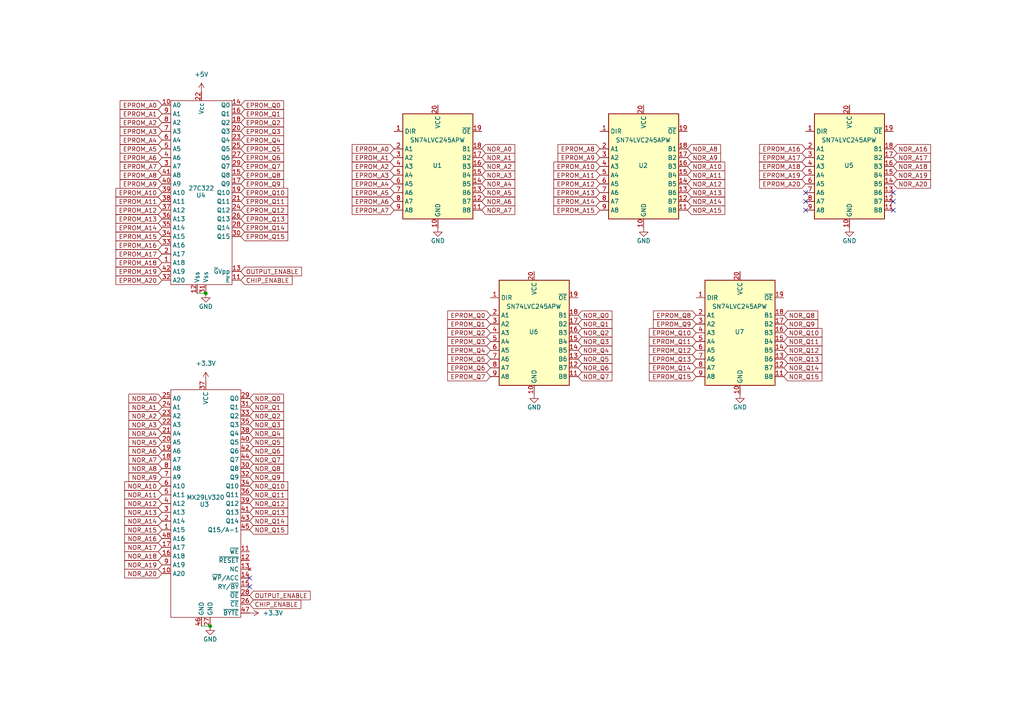
<source format=kicad_sch>
(kicad_sch (version 20231120) (generator "eeschema") (generator_version "8.0")
  (paper "A4")
  (lib_symbols
    (symbol "Logic_LevelTranslator:SN74LVC245APW"
      (property "Reference" "U" (at -10.16 17.78 0))
      (property "Value" "SN74LVC245APW" (at 10.16 17.78 0))
      (symbol "SN74LVC245APW_0_1"
        (rectangle (start -10.16 15.24) (end 10.16 -15.24) (stroke (width 0.254)) (fill (type background)))
      )
      (symbol "SN74LVC245APW_1_1"
        (pin input line (at -12.7 10.16 0) (length 2.54) (name "DIR") (number "1"))
        (pin power_in line (at 0 -17.78 90) (length 2.54) (name "GND") (number "10"))
        (pin bidirectional line (at 12.7 -12.7 180) (length 2.54) (name "B8") (number "11"))
        (pin bidirectional line (at 12.7 -10.16 180) (length 2.54) (name "B7") (number "12"))
        (pin bidirectional line (at 12.7 -7.62 180) (length 2.54) (name "B6") (number "13"))
        (pin bidirectional line (at 12.7 -5.08 180) (length 2.54) (name "B5") (number "14"))
        (pin bidirectional line (at 12.7 -2.54 180) (length 2.54) (name "B4") (number "15"))
        (pin bidirectional line (at 12.7 0 180) (length 2.54) (name "B3") (number "16"))
        (pin bidirectional line (at 12.7 2.54 180) (length 2.54) (name "B2") (number "17"))
        (pin bidirectional line (at 12.7 5.08 180) (length 2.54) (name "B1") (number "18"))
        (pin input line (at 12.7 10.16 180) (length 2.54) (name "~{OE}") (number "19"))
        (pin bidirectional line (at -12.7 5.08 0) (length 2.54) (name "A1") (number "2"))
        (pin power_in line (at 0 17.78 270) (length 2.54) (name "VCC") (number "20"))
        (pin bidirectional line (at -12.7 2.54 0) (length 2.54) (name "A2") (number "3"))
        (pin bidirectional line (at -12.7 0 0) (length 2.54) (name "A3") (number "4"))
        (pin bidirectional line (at -12.7 -2.54 0) (length 2.54) (name "A4") (number "5"))
        (pin bidirectional line (at -12.7 -5.08 0) (length 2.54) (name "A5") (number "6"))
        (pin bidirectional line (at -12.7 -7.62 0) (length 2.54) (name "A6") (number "7"))
        (pin bidirectional line (at -12.7 -10.16 0) (length 2.54) (name "A7") (number "8"))
        (pin bidirectional line (at -12.7 -12.7 0) (length 2.54) (name "A8") (number "9"))
      )
    )
    (symbol "NOR2EPROM:27C322"
      (property "Reference" "U" (at 0 -1.016 0))
      (property "Value" "27C322" (at 0 1.016 0))
      (symbol "27C322_0_1"
        (rectangle (start -8.89 25.4) (end 8.89 -27.94))
      )
      (symbol "27C322_1_1"
        (pin input line (at -11.43 -21.59 0) (length 2.54) (name "A18") (number "1"))
        (pin input line (at -11.43 24.13 0) (length 2.54) (name "A0") (number "10"))
        (pin input line (at 11.43 -26.67 180) (length 2.54) (name "~{E}") (number "11"))
        (pin power_in line (at -1.27 -30.48 90) (length 2.54) (name "Vss") (number "12"))
        (pin input line (at 11.43 -24.13 180) (length 2.54) (name "~{G}Vpp") (number "13"))
        (pin tri_state line (at 11.43 24.13 180) (length 2.54) (name "Q0") (number "14"))
        (pin tri_state line (at 11.43 3.81 180) (length 2.54) (name "Q8") (number "15"))
        (pin tri_state line (at 11.43 21.59 180) (length 2.54) (name "Q1") (number "16"))
        (pin tri_state line (at 11.43 1.27 180) (length 2.54) (name "Q9") (number "17"))
        (pin tri_state line (at 11.43 19.05 180) (length 2.54) (name "Q2") (number "18"))
        (pin tri_state line (at 11.43 -1.27 180) (length 2.54) (name "Q10") (number "19"))
        (pin input line (at -11.43 -19.05 0) (length 2.54) (name "A17") (number "2"))
        (pin tri_state line (at 11.43 16.51 180) (length 2.54) (name "Q3") (number "20"))
        (pin tri_state line (at 11.43 -3.81 180) (length 2.54) (name "Q11") (number "21"))
        (pin power_in line (at 0 27.94 270) (length 2.54) (name "Vcc") (number "22"))
        (pin tri_state line (at 11.43 13.97 180) (length 2.54) (name "Q4") (number "23"))
        (pin tri_state line (at 11.43 -6.35 180) (length 2.54) (name "Q12") (number "24"))
        (pin tri_state line (at 11.43 11.43 180) (length 2.54) (name "Q5") (number "25"))
        (pin tri_state line (at 11.43 -8.89 180) (length 2.54) (name "Q13") (number "26"))
        (pin tri_state line (at 11.43 8.89 180) (length 2.54) (name "Q6") (number "27"))
        (pin tri_state line (at 11.43 -11.43 180) (length 2.54) (name "Q14") (number "28"))
        (pin tri_state line (at 11.43 6.35 180) (length 2.54) (name "Q7") (number "29"))
        (pin input line (at -11.43 6.35 0) (length 2.54) (name "A7") (number "3"))
        (pin tri_state line (at 11.43 -13.97 180) (length 2.54) (name "Q15") (number "30"))
        (pin power_in line (at 1.27 -30.48 90) (length 2.54) (name "Vss") (number "31"))
        (pin input line (at -11.43 -26.67 0) (length 2.54) (name "A20") (number "32"))
        (pin input line (at -11.43 -16.51 0) (length 2.54) (name "A16") (number "33"))
        (pin input line (at -11.43 -13.97 0) (length 2.54) (name "A15") (number "34"))
        (pin input line (at -11.43 -11.43 0) (length 2.54) (name "A14") (number "35"))
        (pin input line (at -11.43 -8.89 0) (length 2.54) (name "A13") (number "36"))
        (pin input line (at -11.43 -6.35 0) (length 2.54) (name "A12") (number "37"))
        (pin input line (at -11.43 -3.81 0) (length 2.54) (name "A11") (number "38"))
        (pin input line (at -11.43 -1.27 0) (length 2.54) (name "A10") (number "39"))
        (pin input line (at -11.43 8.89 0) (length 2.54) (name "A6") (number "4"))
        (pin input line (at -11.43 1.27 0) (length 2.54) (name "A9") (number "40"))
        (pin input line (at -11.43 3.81 0) (length 2.54) (name "A8") (number "41"))
        (pin input line (at -11.43 -24.13 0) (length 2.54) (name "A19") (number "42"))
        (pin input line (at -11.43 11.43 0) (length 2.54) (name "A5") (number "5"))
        (pin input line (at -11.43 13.97 0) (length 2.54) (name "A4") (number "6"))
        (pin input line (at -11.43 16.51 0) (length 2.54) (name "A3") (number "7"))
        (pin input line (at -11.43 19.05 0) (length 2.54) (name "A2") (number "8"))
        (pin input line (at -11.43 21.59 0) (length 2.54) (name "A1") (number "9"))
      )
    )
    (symbol "NOR2EPROM:MX29LV320"
      (property "Reference" "U" (at 0 -1.016 0))
      (property "Value" "MX29LV320" (at 0 1.016 0))
      (symbol "MX29LV320_0_1"
        (rectangle (start -10.16 33.02) (end 10.16 -33.02))
      )
      (symbol "MX29LV320_1_1"
        (pin input line (at -12.7 -7.62 0) (length 2.54) (name "A15") (number "1"))
        (pin input line (at -12.7 -20.32 0) (length 2.54) (name "A20") (number "10"))
        (pin input line (at 12.7 -13.97 180) (length 2.54) (name "~{WE}") (number "11"))
        (pin bidirectional line (at 12.7 -16.51 180) (length 2.54) (name "~{RESET}") (number "12"))
        (pin no_connect line (at 12.7 -19.05 180) (length 2.54) (name "NC") (number "13"))
        (pin bidirectional line (at 12.7 -21.59 180) (length 2.54) (name "~{WP}/ACC") (number "14"))
        (pin bidirectional line (at 12.7 -24.13 180) (length 2.54) (name "RY/~{BY}") (number "15"))
        (pin input line (at -12.7 -15.24 0) (length 2.54) (name "A18") (number "16"))
        (pin input line (at -12.7 -12.7 0) (length 2.54) (name "A17") (number "17"))
        (pin input line (at -12.7 12.7 0) (length 2.54) (name "A7") (number "18"))
        (pin input line (at -12.7 15.24 0) (length 2.54) (name "A6") (number "19"))
        (pin input line (at -12.7 -5.08 0) (length 2.54) (name "A14") (number "2"))
        (pin input line (at -12.7 17.78 0) (length 2.54) (name "A5") (number "20"))
        (pin input line (at -12.7 20.32 0) (length 2.54) (name "A4") (number "21"))
        (pin input line (at -12.7 22.86 0) (length 2.54) (name "A3") (number "22"))
        (pin input line (at -12.7 25.4 0) (length 2.54) (name "A2") (number "23"))
        (pin input line (at -12.7 27.94 0) (length 2.54) (name "A1") (number "24"))
        (pin input line (at -12.7 30.48 0) (length 2.54) (name "A0") (number "25"))
        (pin input line (at 12.7 -29.21 180) (length 2.54) (name "~{CE}") (number "26"))
        (pin power_out line (at 1.27 -35.56 90) (length 2.54) (name "GND") (number "27"))
        (pin input line (at 12.7 -26.67 180) (length 2.54) (name "~{OE}") (number "28"))
        (pin tri_state line (at 12.7 30.48 180) (length 2.54) (name "Q0") (number "29"))
        (pin input line (at -12.7 -2.54 0) (length 2.54) (name "A13") (number "3"))
        (pin tri_state line (at 12.7 10.16 180) (length 2.54) (name "Q8") (number "30"))
        (pin tri_state line (at 12.7 27.94 180) (length 2.54) (name "Q1") (number "31"))
        (pin tri_state line (at 12.7 7.62 180) (length 2.54) (name "Q9") (number "32"))
        (pin tri_state line (at 12.7 25.4 180) (length 2.54) (name "Q2") (number "33"))
        (pin tri_state line (at 12.7 5.08 180) (length 2.54) (name "Q10") (number "34"))
        (pin tri_state line (at 12.7 22.86 180) (length 2.54) (name "Q3") (number "35"))
        (pin tri_state line (at 12.7 2.54 180) (length 2.54) (name "Q11") (number "36"))
        (pin power_in line (at 0 35.56 270) (length 2.54) (name "VCC") (number "37"))
        (pin tri_state line (at 12.7 20.32 180) (length 2.54) (name "Q4") (number "38"))
        (pin tri_state line (at 12.7 0 180) (length 2.54) (name "Q12") (number "39"))
        (pin input line (at -12.7 0 0) (length 2.54) (name "A12") (number "4"))
        (pin tri_state line (at 12.7 17.78 180) (length 2.54) (name "Q5") (number "40"))
        (pin tri_state line (at 12.7 -2.54 180) (length 2.54) (name "Q13") (number "41"))
        (pin tri_state line (at 12.7 15.24 180) (length 2.54) (name "Q6") (number "42"))
        (pin tri_state line (at 12.7 -5.08 180) (length 2.54) (name "Q14") (number "43"))
        (pin tri_state line (at 12.7 12.7 180) (length 2.54) (name "Q7") (number "44"))
        (pin tri_state line (at 12.7 -7.62 180) (length 2.54) (name "Q15/A-1") (number "45"))
        (pin power_in line (at -1.27 -35.56 90) (length 2.54) (name "GND") (number "46"))
        (pin bidirectional line (at 12.7 -31.75 180) (length 2.54) (name "~{BYTE}") (number "47"))
        (pin input line (at -12.7 -10.16 0) (length 2.54) (name "A16") (number "48"))
        (pin input line (at -12.7 2.54 0) (length 2.54) (name "A11") (number "5"))
        (pin input line (at -12.7 5.08 0) (length 2.54) (name "A10") (number "6"))
        (pin input line (at -12.7 7.62 0) (length 2.54) (name "A9") (number "7"))
        (pin input line (at -12.7 10.16 0) (length 2.54) (name "A8") (number "8"))
        (pin input line (at -12.7 -17.78 0) (length 2.54) (name "A19") (number "9"))
      )
    )
    (symbol "power:+3.3V" (power) (pin_numbers hide) (pin_names (offset 0) hide)
      (property "Value" "+3.3V" (at 0 3.556 0))
      (symbol "+3.3V_0_1"
        (polyline (pts (xy -0.762 1.27) (xy 0 2.54)))
        (polyline (pts (xy 0 0) (xy 0 2.54)))
        (polyline (pts (xy 0 2.54) (xy 0.762 1.27)))
      )
      (symbol "+3.3V_1_1"
        (pin power_in line (at 0 0 90) (length 0) (name "~") (number "1"))
      )
    )
    (symbol "power:+5V" (power) (pin_numbers hide) (pin_names (offset 0) hide)
      (property "Value" "+5V" (at 0 3.556 0))
      (symbol "+5V_0_1"
        (polyline (pts (xy -0.762 1.27) (xy 0 2.54)))
        (polyline (pts (xy 0 0) (xy 0 2.54)))
        (polyline (pts (xy 0 2.54) (xy 0.762 1.27)))
      )
      (symbol "+5V_1_1"
        (pin power_in line (at 0 0 90) (length 0) (name "~") (number "1"))
      )
    )
    (symbol "power:GND" (power) (pin_numbers hide) (pin_names (offset 0) hide)
      (property "Value" "GND" (at 0 -3.81 0))
      (symbol "GND_0_1"
        (polyline (pts (xy 0 0) (xy 0 -1.27) (xy 1.27 -1.27) (xy 0 -2.54) (xy -1.27 -1.27) (xy 0 -1.27)))
      )
      (symbol "GND_1_1"
        (pin power_in line (at 0 0 270) (length 0) (name "~") (number "1"))
      )
    )
  )
  (junction (at 60.96 181.61))
  (junction (at 59.69 85.09))
  (no_connect (at 233.68 55.88))
  (no_connect (at 72.39 170.18))
  (no_connect (at 233.68 58.42))
  (no_connect (at 259.08 55.88))
  (no_connect (at 233.68 60.96))
  (no_connect (at 259.08 58.42))
  (no_connect (at 259.08 60.96))
  (no_connect (at 72.39 167.64))
  (wire (pts (xy 57.15 85.09) (xy 59.69 85.09)))
  (wire (pts (xy 58.42 181.61) (xy 60.96 181.61)))
  (global_label "NOR_A2" (shape input) (at 139.7 48.26 0) (property "Intersheetrefs" "${INTERSHEET_REFS}" (effects (hide yes))))
  (global_label "NOR_A11" (shape input) (at 199.39 50.8 0) (property "Intersheetrefs" "${INTERSHEET_REFS}" (effects (hide yes))))
  (global_label "NOR_A19" (shape input) (at 259.08 50.8 0) (property "Intersheetrefs" "${INTERSHEET_REFS}" (effects (hide yes))))
  (global_label "NOR_A19" (shape input) (at 46.99 163.83 180) (property "Intersheetrefs" "${INTERSHEET_REFS}" (effects (hide yes))))
  (global_label "EPROM_A1" (shape input) (at 114.3 45.72 180) (property "Intersheetrefs" "${INTERSHEET_REFS}" (effects (hide yes))))
  (global_label "CHIP_ENABLE" (shape input) (at 69.85 81.28 0) (property "Intersheetrefs" "${INTERSHEET_REFS}" (effects (hide yes))))
  (global_label "NOR_A9" (shape input) (at 46.99 138.43 180) (property "Intersheetrefs" "${INTERSHEET_REFS}" (effects (hide yes))))
  (global_label "NOR_A5" (shape input) (at 139.7 55.88 0) (property "Intersheetrefs" "${INTERSHEET_REFS}" (effects (hide yes))))
  (global_label "EPROM_A1" (shape input) (at 46.99 33.02 180) (property "Intersheetrefs" "${INTERSHEET_REFS}" (effects (hide yes))))
  (global_label "OUTPUT_ENABLE" (shape input) (at 69.85 78.74 0) (property "Intersheetrefs" "${INTERSHEET_REFS}" (effects (hide yes))))
  (global_label "NOR_A5" (shape input) (at 46.99 128.27 180) (property "Intersheetrefs" "${INTERSHEET_REFS}" (effects (hide yes))))
  (global_label "EPROM_A3" (shape input) (at 46.99 38.1 180) (property "Intersheetrefs" "${INTERSHEET_REFS}" (effects (hide yes))))
  (global_label "NOR_Q12" (shape input) (at 227.33 101.6 0) (property "Intersheetrefs" "${INTERSHEET_REFS}" (effects (hide yes))))
  (global_label "NOR_A17" (shape input) (at 46.99 158.75 180) (property "Intersheetrefs" "${INTERSHEET_REFS}" (effects (hide yes))))
  (global_label "EPROM_Q6" (shape input) (at 69.85 45.72 0) (property "Intersheetrefs" "${INTERSHEET_REFS}" (effects (hide yes))))
  (global_label "EPROM_A14" (shape input) (at 173.99 58.42 180) (property "Intersheetrefs" "${INTERSHEET_REFS}" (effects (hide yes))))
  (global_label "NOR_A11" (shape input) (at 46.99 143.51 180) (property "Intersheetrefs" "${INTERSHEET_REFS}" (effects (hide yes))))
  (global_label "EPROM_A13" (shape input) (at 46.99 63.5 180) (property "Intersheetrefs" "${INTERSHEET_REFS}" (effects (hide yes))))
  (global_label "EPROM_Q6" (shape input) (at 142.24 106.68 180) (property "Intersheetrefs" "${INTERSHEET_REFS}" (effects (hide yes))))
  (global_label "NOR_A8" (shape input) (at 199.39 43.18 0) (property "Intersheetrefs" "${INTERSHEET_REFS}" (effects (hide yes))))
  (global_label "NOR_Q1" (shape input) (at 72.39 118.11 0) (property "Intersheetrefs" "${INTERSHEET_REFS}" (effects (hide yes))))
  (global_label "NOR_A12" (shape input) (at 46.99 146.05 180) (property "Intersheetrefs" "${INTERSHEET_REFS}" (effects (hide yes))))
  (global_label "EPROM_Q3" (shape input) (at 69.85 38.1 0) (property "Intersheetrefs" "${INTERSHEET_REFS}" (effects (hide yes))))
  (global_label "EPROM_A14" (shape input) (at 46.99 66.04 180) (property "Intersheetrefs" "${INTERSHEET_REFS}" (effects (hide yes))))
  (global_label "NOR_A16" (shape input) (at 259.08 43.18 0) (property "Intersheetrefs" "${INTERSHEET_REFS}" (effects (hide yes))))
  (global_label "EPROM_A18" (shape input) (at 233.68 48.26 180) (property "Intersheetrefs" "${INTERSHEET_REFS}" (effects (hide yes))))
  (global_label "NOR_Q7" (shape input) (at 167.64 109.22 0) (property "Intersheetrefs" "${INTERSHEET_REFS}" (effects (hide yes))))
  (global_label "EPROM_A13" (shape input) (at 173.99 55.88 180) (property "Intersheetrefs" "${INTERSHEET_REFS}" (effects (hide yes))))
  (global_label "NOR_A1" (shape input) (at 139.7 45.72 0) (property "Intersheetrefs" "${INTERSHEET_REFS}" (effects (hide yes))))
  (global_label "NOR_A18" (shape input) (at 259.08 48.26 0) (property "Intersheetrefs" "${INTERSHEET_REFS}" (effects (hide yes))))
  (global_label "EPROM_A17" (shape input) (at 46.99 73.66 180) (property "Intersheetrefs" "${INTERSHEET_REFS}" (effects (hide yes))))
  (global_label "EPROM_A18" (shape input) (at 46.99 76.2 180) (property "Intersheetrefs" "${INTERSHEET_REFS}" (effects (hide yes))))
  (global_label "EPROM_Q14" (shape input) (at 69.85 66.04 0) (property "Intersheetrefs" "${INTERSHEET_REFS}" (effects (hide yes))))
  (global_label "EPROM_A15" (shape input) (at 173.99 60.96 180) (property "Intersheetrefs" "${INTERSHEET_REFS}" (effects (hide yes))))
  (global_label "NOR_Q8" (shape input) (at 72.39 135.89 0) (property "Intersheetrefs" "${INTERSHEET_REFS}" (effects (hide yes))))
  (global_label "NOR_A6" (shape input) (at 139.7 58.42 0) (property "Intersheetrefs" "${INTERSHEET_REFS}" (effects (hide yes))))
  (global_label "EPROM_A9" (shape input) (at 46.99 53.34 180) (property "Intersheetrefs" "${INTERSHEET_REFS}" (effects (hide yes))))
  (global_label "EPROM_A7" (shape input) (at 114.3 60.96 180) (property "Intersheetrefs" "${INTERSHEET_REFS}" (effects (hide yes))))
  (global_label "NOR_Q6" (shape input) (at 167.64 106.68 0) (property "Intersheetrefs" "${INTERSHEET_REFS}" (effects (hide yes))))
  (global_label "EPROM_A5" (shape input) (at 46.99 43.18 180) (property "Intersheetrefs" "${INTERSHEET_REFS}" (effects (hide yes))))
  (global_label "NOR_Q15" (shape input) (at 227.33 109.22 0) (property "Intersheetrefs" "${INTERSHEET_REFS}" (effects (hide yes))))
  (global_label "EPROM_A16" (shape input) (at 233.68 43.18 180) (property "Intersheetrefs" "${INTERSHEET_REFS}" (effects (hide yes))))
  (global_label "EPROM_A3" (shape input) (at 114.3 50.8 180) (property "Intersheetrefs" "${INTERSHEET_REFS}" (effects (hide yes))))
  (global_label "NOR_A2" (shape input) (at 46.99 120.65 180) (property "Intersheetrefs" "${INTERSHEET_REFS}" (effects (hide yes))))
  (global_label "EPROM_A11" (shape input) (at 173.99 50.8 180) (property "Intersheetrefs" "${INTERSHEET_REFS}" (effects (hide yes))))
  (global_label "NOR_A14" (shape input) (at 199.39 58.42 0) (property "Intersheetrefs" "${INTERSHEET_REFS}" (effects (hide yes))))
  (global_label "NOR_A7" (shape input) (at 46.99 133.35 180) (property "Intersheetrefs" "${INTERSHEET_REFS}" (effects (hide yes))))
  (global_label "EPROM_Q9" (shape input) (at 69.85 53.34 0) (property "Intersheetrefs" "${INTERSHEET_REFS}" (effects (hide yes))))
  (global_label "NOR_Q1" (shape input) (at 167.64 93.98 0) (property "Intersheetrefs" "${INTERSHEET_REFS}" (effects (hide yes))))
  (global_label "NOR_A4" (shape input) (at 46.99 125.73 180) (property "Intersheetrefs" "${INTERSHEET_REFS}" (effects (hide yes))))
  (global_label "NOR_A17" (shape input) (at 259.08 45.72 0) (property "Intersheetrefs" "${INTERSHEET_REFS}" (effects (hide yes))))
  (global_label "NOR_A6" (shape input) (at 46.99 130.81 180) (property "Intersheetrefs" "${INTERSHEET_REFS}" (effects (hide yes))))
  (global_label "NOR_A0" (shape input) (at 139.7 43.18 0) (property "Intersheetrefs" "${INTERSHEET_REFS}" (effects (hide yes))))
  (global_label "NOR_A7" (shape input) (at 139.7 60.96 0) (property "Intersheetrefs" "${INTERSHEET_REFS}" (effects (hide yes))))
  (global_label "NOR_Q7" (shape input) (at 72.39 133.35 0) (property "Intersheetrefs" "${INTERSHEET_REFS}" (effects (hide yes))))
  (global_label "EPROM_A2" (shape input) (at 114.3 48.26 180) (property "Intersheetrefs" "${INTERSHEET_REFS}" (effects (hide yes))))
  (global_label "NOR_Q9" (shape input) (at 227.33 93.98 0) (property "Intersheetrefs" "${INTERSHEET_REFS}" (effects (hide yes))))
  (global_label "EPROM_Q3" (shape input) (at 142.24 99.06 180) (property "Intersheetrefs" "${INTERSHEET_REFS}" (effects (hide yes))))
  (global_label "EPROM_A20" (shape input) (at 233.68 53.34 180) (property "Intersheetrefs" "${INTERSHEET_REFS}" (effects (hide yes))))
  (global_label "NOR_Q0" (shape input) (at 72.39 115.57 0) (property "Intersheetrefs" "${INTERSHEET_REFS}" (effects (hide yes))))
  (global_label "EPROM_A8" (shape input) (at 173.99 43.18 180) (property "Intersheetrefs" "${INTERSHEET_REFS}" (effects (hide yes))))
  (global_label "NOR_Q4" (shape input) (at 72.39 125.73 0) (property "Intersheetrefs" "${INTERSHEET_REFS}" (effects (hide yes))))
  (global_label "EPROM_A4" (shape input) (at 114.3 53.34 180) (property "Intersheetrefs" "${INTERSHEET_REFS}" (effects (hide yes))))
  (global_label "NOR_A10" (shape input) (at 46.99 140.97 180) (property "Intersheetrefs" "${INTERSHEET_REFS}" (effects (hide yes))))
  (global_label "EPROM_Q13" (shape input) (at 69.85 63.5 0) (property "Intersheetrefs" "${INTERSHEET_REFS}" (effects (hide yes))))
  (global_label "NOR_Q11" (shape input) (at 72.39 143.51 0) (property "Intersheetrefs" "${INTERSHEET_REFS}" (effects (hide yes))))
  (global_label "EPROM_A10" (shape input) (at 173.99 48.26 180) (property "Intersheetrefs" "${INTERSHEET_REFS}" (effects (hide yes))))
  (global_label "NOR_Q6" (shape input) (at 72.39 130.81 0) (property "Intersheetrefs" "${INTERSHEET_REFS}" (effects (hide yes))))
  (global_label "EPROM_A7" (shape input) (at 46.99 48.26 180) (property "Intersheetrefs" "${INTERSHEET_REFS}" (effects (hide yes))))
  (global_label "NOR_Q2" (shape input) (at 167.64 96.52 0) (property "Intersheetrefs" "${INTERSHEET_REFS}" (effects (hide yes))))
  (global_label "EPROM_A19" (shape input) (at 46.99 78.74 180) (property "Intersheetrefs" "${INTERSHEET_REFS}" (effects (hide yes))))
  (global_label "EPROM_A15" (shape input) (at 46.99 68.58 180) (property "Intersheetrefs" "${INTERSHEET_REFS}" (effects (hide yes))))
  (global_label "EPROM_A19" (shape input) (at 233.68 50.8 180) (property "Intersheetrefs" "${INTERSHEET_REFS}" (effects (hide yes))))
  (global_label "EPROM_Q15" (shape input) (at 201.93 109.22 180) (property "Intersheetrefs" "${INTERSHEET_REFS}" (effects (hide yes))))
  (global_label "NOR_A14" (shape input) (at 46.99 151.13 180) (property "Intersheetrefs" "${INTERSHEET_REFS}" (effects (hide yes))))
  (global_label "EPROM_A2" (shape input) (at 46.99 35.56 180) (property "Intersheetrefs" "${INTERSHEET_REFS}" (effects (hide yes))))
  (global_label "NOR_Q9" (shape input) (at 72.39 138.43 0) (property "Intersheetrefs" "${INTERSHEET_REFS}" (effects (hide yes))))
  (global_label "EPROM_Q10" (shape input) (at 69.85 55.88 0) (property "Intersheetrefs" "${INTERSHEET_REFS}" (effects (hide yes))))
  (global_label "NOR_A13" (shape input) (at 46.99 148.59 180) (property "Intersheetrefs" "${INTERSHEET_REFS}" (effects (hide yes))))
  (global_label "EPROM_A9" (shape input) (at 173.99 45.72 180) (property "Intersheetrefs" "${INTERSHEET_REFS}" (effects (hide yes))))
  (global_label "EPROM_Q8" (shape input) (at 69.85 50.8 0) (property "Intersheetrefs" "${INTERSHEET_REFS}" (effects (hide yes))))
  (global_label "EPROM_A10" (shape input) (at 46.99 55.88 180) (property "Intersheetrefs" "${INTERSHEET_REFS}" (effects (hide yes))))
  (global_label "NOR_Q0" (shape input) (at 167.64 91.44 0) (property "Intersheetrefs" "${INTERSHEET_REFS}" (effects (hide yes))))
  (global_label "EPROM_Q2" (shape input) (at 142.24 96.52 180) (property "Intersheetrefs" "${INTERSHEET_REFS}" (effects (hide yes))))
  (global_label "EPROM_A6" (shape input) (at 114.3 58.42 180) (property "Intersheetrefs" "${INTERSHEET_REFS}" (effects (hide yes))))
  (global_label "NOR_Q10" (shape input) (at 72.39 140.97 0) (property "Intersheetrefs" "${INTERSHEET_REFS}" (effects (hide yes))))
  (global_label "NOR_Q8" (shape input) (at 227.33 91.44 0) (property "Intersheetrefs" "${INTERSHEET_REFS}" (effects (hide yes))))
  (global_label "EPROM_A6" (shape input) (at 46.99 45.72 180) (property "Intersheetrefs" "${INTERSHEET_REFS}" (effects (hide yes))))
  (global_label "EPROM_A12" (shape input) (at 173.99 53.34 180) (property "Intersheetrefs" "${INTERSHEET_REFS}" (effects (hide yes))))
  (global_label "NOR_A0" (shape input) (at 46.99 115.57 180) (property "Intersheetrefs" "${INTERSHEET_REFS}" (effects (hide yes))))
  (global_label "NOR_Q4" (shape input) (at 167.64 101.6 0) (property "Intersheetrefs" "${INTERSHEET_REFS}" (effects (hide yes))))
  (global_label "NOR_Q14" (shape input) (at 72.39 151.13 0) (property "Intersheetrefs" "${INTERSHEET_REFS}" (effects (hide yes))))
  (global_label "NOR_A3" (shape input) (at 139.7 50.8 0) (property "Intersheetrefs" "${INTERSHEET_REFS}" (effects (hide yes))))
  (global_label "NOR_A18" (shape input) (at 46.99 161.29 180) (property "Intersheetrefs" "${INTERSHEET_REFS}" (effects (hide yes))))
  (global_label "NOR_A4" (shape input) (at 139.7 53.34 0) (property "Intersheetrefs" "${INTERSHEET_REFS}" (effects (hide yes))))
  (global_label "NOR_Q3" (shape input) (at 72.39 123.19 0) (property "Intersheetrefs" "${INTERSHEET_REFS}" (effects (hide yes))))
  (global_label "EPROM_Q5" (shape input) (at 69.85 43.18 0) (property "Intersheetrefs" "${INTERSHEET_REFS}" (effects (hide yes))))
  (global_label "NOR_Q5" (shape input) (at 72.39 128.27 0) (property "Intersheetrefs" "${INTERSHEET_REFS}" (effects (hide yes))))
  (global_label "EPROM_A20" (shape input) (at 46.99 81.28 180) (property "Intersheetrefs" "${INTERSHEET_REFS}" (effects (hide yes))))
  (global_label "EPROM_Q1" (shape input) (at 69.85 33.02 0) (property "Intersheetrefs" "${INTERSHEET_REFS}" (effects (hide yes))))
  (global_label "NOR_Q10" (shape input) (at 227.33 96.52 0) (property "Intersheetrefs" "${INTERSHEET_REFS}" (effects (hide yes))))
  (global_label "NOR_Q3" (shape input) (at 167.64 99.06 0) (property "Intersheetrefs" "${INTERSHEET_REFS}" (effects (hide yes))))
  (global_label "NOR_A16" (shape input) (at 46.99 156.21 180) (property "Intersheetrefs" "${INTERSHEET_REFS}" (effects (hide yes))))
  (global_label "EPROM_A0" (shape input) (at 46.99 30.48 180) (property "Intersheetrefs" "${INTERSHEET_REFS}" (effects (hide yes))))
  (global_label "NOR_Q12" (shape input) (at 72.39 146.05 0) (property "Intersheetrefs" "${INTERSHEET_REFS}" (effects (hide yes))))
  (global_label "NOR_A8" (shape input) (at 46.99 135.89 180) (property "Intersheetrefs" "${INTERSHEET_REFS}" (effects (hide yes))))
  (global_label "EPROM_Q1" (shape input) (at 142.24 93.98 180) (property "Intersheetrefs" "${INTERSHEET_REFS}" (effects (hide yes))))
  (global_label "NOR_A12" (shape input) (at 199.39 53.34 0) (property "Intersheetrefs" "${INTERSHEET_REFS}" (effects (hide yes))))
  (global_label "EPROM_Q2" (shape input) (at 69.85 35.56 0) (property "Intersheetrefs" "${INTERSHEET_REFS}" (effects (hide yes))))
  (global_label "EPROM_A16" (shape input) (at 46.99 71.12 180) (property "Intersheetrefs" "${INTERSHEET_REFS}" (effects (hide yes))))
  (global_label "EPROM_Q14" (shape input) (at 201.93 106.68 180) (property "Intersheetrefs" "${INTERSHEET_REFS}" (effects (hide yes))))
  (global_label "NOR_Q13" (shape input) (at 227.33 104.14 0) (property "Intersheetrefs" "${INTERSHEET_REFS}" (effects (hide yes))))
  (global_label "EPROM_Q9" (shape input) (at 201.93 93.98 180) (property "Intersheetrefs" "${INTERSHEET_REFS}" (effects (hide yes))))
  (global_label "NOR_A15" (shape input) (at 199.39 60.96 0) (property "Intersheetrefs" "${INTERSHEET_REFS}" (effects (hide yes))))
  (global_label "EPROM_A11" (shape input) (at 46.99 58.42 180) (property "Intersheetrefs" "${INTERSHEET_REFS}" (effects (hide yes))))
  (global_label "EPROM_A12" (shape input) (at 46.99 60.96 180) (property "Intersheetrefs" "${INTERSHEET_REFS}" (effects (hide yes))))
  (global_label "NOR_A13" (shape input) (at 199.39 55.88 0) (property "Intersheetrefs" "${INTERSHEET_REFS}" (effects (hide yes))))
  (global_label "EPROM_A0" (shape input) (at 114.3 43.18 180) (property "Intersheetrefs" "${INTERSHEET_REFS}" (effects (hide yes))))
  (global_label "EPROM_Q5" (shape input) (at 142.24 104.14 180) (property "Intersheetrefs" "${INTERSHEET_REFS}" (effects (hide yes))))
  (global_label "NOR_A20" (shape input) (at 259.08 53.34 0) (property "Intersheetrefs" "${INTERSHEET_REFS}" (effects (hide yes))))
  (global_label "NOR_Q13" (shape input) (at 72.39 148.59 0) (property "Intersheetrefs" "${INTERSHEET_REFS}" (effects (hide yes))))
  (global_label "EPROM_Q4" (shape input) (at 69.85 40.64 0) (property "Intersheetrefs" "${INTERSHEET_REFS}" (effects (hide yes))))
  (global_label "EPROM_Q4" (shape input) (at 142.24 101.6 180) (property "Intersheetrefs" "${INTERSHEET_REFS}" (effects (hide yes))))
  (global_label "EPROM_Q7" (shape input) (at 142.24 109.22 180) (property "Intersheetrefs" "${INTERSHEET_REFS}" (effects (hide yes))))
  (global_label "EPROM_Q12" (shape input) (at 69.85 60.96 0) (property "Intersheetrefs" "${INTERSHEET_REFS}" (effects (hide yes))))
  (global_label "EPROM_Q10" (shape input) (at 201.93 96.52 180) (property "Intersheetrefs" "${INTERSHEET_REFS}" (effects (hide yes))))
  (global_label "NOR_Q14" (shape input) (at 227.33 106.68 0) (property "Intersheetrefs" "${INTERSHEET_REFS}" (effects (hide yes))))
  (global_label "NOR_A20" (shape input) (at 46.99 166.37 180) (property "Intersheetrefs" "${INTERSHEET_REFS}" (effects (hide yes))))
  (global_label "EPROM_Q7" (shape input) (at 69.85 48.26 0) (property "Intersheetrefs" "${INTERSHEET_REFS}" (effects (hide yes))))
  (global_label "EPROM_A17" (shape input) (at 233.68 45.72 180) (property "Intersheetrefs" "${INTERSHEET_REFS}" (effects (hide yes))))
  (global_label "NOR_A1" (shape input) (at 46.99 118.11 180) (property "Intersheetrefs" "${INTERSHEET_REFS}" (effects (hide yes))))
  (global_label "NOR_Q15" (shape input) (at 72.39 153.67 0) (property "Intersheetrefs" "${INTERSHEET_REFS}" (effects (hide yes))))
  (global_label "NOR_Q2" (shape input) (at 72.39 120.65 0) (property "Intersheetrefs" "${INTERSHEET_REFS}" (effects (hide yes))))
  (global_label "NOR_Q5" (shape input) (at 167.64 104.14 0) (property "Intersheetrefs" "${INTERSHEET_REFS}" (effects (hide yes))))
  (global_label "EPROM_Q11" (shape input) (at 69.85 58.42 0) (property "Intersheetrefs" "${INTERSHEET_REFS}" (effects (hide yes))))
  (global_label "EPROM_A8" (shape input) (at 46.99 50.8 180) (property "Intersheetrefs" "${INTERSHEET_REFS}" (effects (hide yes))))
  (global_label "EPROM_A5" (shape input) (at 114.3 55.88 180) (property "Intersheetrefs" "${INTERSHEET_REFS}" (effects (hide yes))))
  (global_label "EPROM_Q11" (shape input) (at 201.93 99.06 180) (property "Intersheetrefs" "${INTERSHEET_REFS}" (effects (hide yes))))
  (global_label "CHIP_ENABLE" (shape input) (at 72.39 175.26 0) (property "Intersheetrefs" "${INTERSHEET_REFS}" (effects (hide yes))))
  (global_label "EPROM_A4" (shape input) (at 46.99 40.64 180) (property "Intersheetrefs" "${INTERSHEET_REFS}" (effects (hide yes))))
  (global_label "NOR_A15" (shape input) (at 46.99 153.67 180) (property "Intersheetrefs" "${INTERSHEET_REFS}" (effects (hide yes))))
  (global_label "OUTPUT_ENABLE" (shape input) (at 72.39 172.72 0) (property "Intersheetrefs" "${INTERSHEET_REFS}" (effects (hide yes))))
  (global_label "NOR_A10" (shape input) (at 199.39 48.26 0) (property "Intersheetrefs" "${INTERSHEET_REFS}" (effects (hide yes))))
  (global_label "EPROM_Q15" (shape input) (at 69.85 68.58 0) (property "Intersheetrefs" "${INTERSHEET_REFS}" (effects (hide yes))))
  (global_label "EPROM_Q13" (shape input) (at 201.93 104.14 180) (property "Intersheetrefs" "${INTERSHEET_REFS}" (effects (hide yes))))
  (global_label "NOR_Q11" (shape input) (at 227.33 99.06 0) (property "Intersheetrefs" "${INTERSHEET_REFS}" (effects (hide yes))))
  (global_label "EPROM_Q12" (shape input) (at 201.93 101.6 180) (property "Intersheetrefs" "${INTERSHEET_REFS}" (effects (hide yes))))
  (global_label "NOR_A3" (shape input) (at 46.99 123.19 180) (property "Intersheetrefs" "${INTERSHEET_REFS}" (effects (hide yes))))
  (global_label "EPROM_Q0" (shape input) (at 69.85 30.48 0) (property "Intersheetrefs" "${INTERSHEET_REFS}" (effects (hide yes))))
  (global_label "NOR_A9" (shape input) (at 199.39 45.72 0) (property "Intersheetrefs" "${INTERSHEET_REFS}" (effects (hide yes))))
  (global_label "EPROM_Q0" (shape input) (at 142.24 91.44 180) (property "Intersheetrefs" "${INTERSHEET_REFS}" (effects (hide yes))))
  (global_label "EPROM_Q8" (shape input) (at 201.93 91.44 180) (property "Intersheetrefs" "${INTERSHEET_REFS}" (effects (hide yes))))
  (symbol (lib_id "power:GND") (at 214.63 114.3 0) (unit 1)
    (property "Reference" "#PWR05" (effects (hide yes)))
    (property "Value" "GND" (at 214.63 118.11 0))
    (property "Description" "Power symbol creates a global label with name \"GND\" , ground" (effects (hide yes)))
  )
  (symbol (lib_id "power:+3.3V") (at 72.39 177.8 270) (unit 1)
    (property "Reference" "#PWR010" (effects (hide yes)))
    (property "Value" "+3.3V" (at 76.2 177.7999 90) (effects (justify left)))
    (property "Description" "Power symbol creates a global label with name \"+3.3V\"" (effects (hide yes)))
  )
  (symbol (lib_id "power:GND") (at 59.69 85.09 0) (unit 1)
    (property "Reference" "#PWR06" (effects (hide yes)))
    (property "Value" "GND" (at 59.69 88.9 0))
    (property "Description" "Power symbol creates a global label with name \"GND\" , ground" (effects (hide yes)))
  )
  (symbol (lib_id "power:GND") (at 154.94 114.3 0) (unit 1)
    (property "Reference" "#PWR04" (effects (hide yes)))
    (property "Value" "GND" (at 154.94 118.11 0))
    (property "Description" "Power symbol creates a global label with name \"GND\" , ground" (effects (hide yes)))
  )
  (symbol (lib_id "power:GND") (at 246.38 66.04 0) (unit 1)
    (property "Reference" "#PWR03" (effects (hide yes)))
    (property "Value" "GND" (at 246.38 69.85 0))
    (property "Description" "Power symbol creates a global label with name \"GND\" , ground" (effects (hide yes)))
  )
  (symbol (lib_id "Logic_LevelTranslator:SN74LVC245APW") (at 154.94 96.52 0) (unit 1)
    (property "Reference" "U6" (at 153.416 96.266 0) (effects (justify left)))
    (property "Value" "SN74LVC245APW" (at 146.812 88.9 0) (effects (justify left)))
    (property "Footprint" "Package_SO:TSSOP-20_4.4x6.5mm_P0.65mm" (effects (hide yes)))
    (property "Datasheet" "https://www.ti.com/lit/ds/scas218x/scas218x.pdf" (effects (hide yes)))
    (property "Description" "8-Bit Single-Supply Bus Transceiver With 5V tolerant input voltage and 3-State Outputs 24mA, TSSOP-20" (effects (hide yes)))
  )
  (symbol (lib_id "Logic_LevelTranslator:SN74LVC245APW") (at 186.69 48.26 0) (unit 1)
    (property "Reference" "U2" (at 185.166 48.006 0) (effects (justify left)))
    (property "Value" "SN74LVC245APW" (at 178.562 40.64 0) (effects (justify left)))
    (property "Footprint" "Package_SO:TSSOP-20_4.4x6.5mm_P0.65mm" (effects (hide yes)))
    (property "Datasheet" "https://www.ti.com/lit/ds/scas218x/scas218x.pdf" (effects (hide yes)))
    (property "Description" "8-Bit Single-Supply Bus Transceiver With 5V tolerant input voltage and 3-State Outputs 24mA, TSSOP-20" (effects (hide yes)))
  )
  (symbol (lib_id "Logic_LevelTranslator:SN74LVC245APW") (at 127 48.26 0) (unit 1)
    (property "Reference" "U1" (at 125.476 48.006 0) (effects (justify left)))
    (property "Value" "SN74LVC245APW" (at 118.872 40.64 0) (effects (justify left)))
    (property "Footprint" "Package_SO:TSSOP-20_4.4x6.5mm_P0.65mm" (effects (hide yes)))
    (property "Datasheet" "https://www.ti.com/lit/ds/scas218x/scas218x.pdf" (effects (hide yes)))
    (property "Description" "8-Bit Single-Supply Bus Transceiver With 5V tolerant input voltage and 3-State Outputs 24mA, TSSOP-20" (effects (hide yes)))
  )
  (symbol (lib_id "power:GND") (at 127 66.04 0) (unit 1)
    (property "Reference" "#PWR01" (effects (hide yes)))
    (property "Value" "GND" (at 127 69.85 0))
    (property "Description" "Power symbol creates a global label with name \"GND\" , ground" (effects (hide yes)))
  )
  (symbol (lib_id "NOR2EPROM:MX29LV320") (at 59.69 146.05 0) (unit 1)
    (property "Reference" "U3" (at 57.912 146.304 0) (effects (justify left)))
    (property "Value" "MX29LV320" (at 54.102 144.272 0) (effects (justify left)))
    (property "Footprint" "Package_SO:TSOP-I-48_18.4x12mm_P0.5mm" (effects (hide yes)))
  )
  (symbol (lib_id "Logic_LevelTranslator:SN74LVC245APW") (at 214.63 96.52 0) (unit 1)
    (property "Reference" "U7" (at 213.106 96.266 0) (effects (justify left)))
    (property "Value" "SN74LVC245APW" (at 206.502 88.9 0) (effects (justify left)))
    (property "Footprint" "Package_SO:TSSOP-20_4.4x6.5mm_P0.65mm" (effects (hide yes)))
    (property "Datasheet" "https://www.ti.com/lit/ds/scas218x/scas218x.pdf" (effects (hide yes)))
    (property "Description" "8-Bit Single-Supply Bus Transceiver With 5V tolerant input voltage and 3-State Outputs 24mA, TSSOP-20" (effects (hide yes)))
  )
  (symbol (lib_id "power:GND") (at 60.96 181.61 0) (mirror y) (unit 1)
    (property "Reference" "#PWR07" (effects (hide yes)))
    (property "Value" "GND" (at 60.96 185.42 0))
    (property "Description" "Power symbol creates a global label with name \"GND\" , ground" (effects (hide yes)))
  )
  (symbol (lib_id "Logic_LevelTranslator:SN74LVC245APW") (at 246.38 48.26 0) (unit 1)
    (property "Reference" "U5" (at 244.856 48.006 0) (effects (justify left)))
    (property "Value" "SN74LVC245APW" (at 238.252 40.64 0) (effects (justify left)))
    (property "Footprint" "Package_SO:TSSOP-20_4.4x6.5mm_P0.65mm" (effects (hide yes)))
    (property "Datasheet" "https://www.ti.com/lit/ds/scas218x/scas218x.pdf" (effects (hide yes)))
    (property "Description" "8-Bit Single-Supply Bus Transceiver With 5V tolerant input voltage and 3-State Outputs 24mA, TSSOP-20" (effects (hide yes)))
  )
  (symbol (lib_id "power:+5V") (at 58.42 26.67 0) (unit 1)
    (property "Reference" "#PWR08" (effects (hide yes)))
    (property "Value" "+5V" (at 58.42 21.59 0))
    (property "Description" "Power symbol creates a global label with name \"+5V\"" (effects (hide yes)))
  )
  (symbol (lib_id "NOR2EPROM:27C322") (at 58.42 54.61 0) (unit 1)
    (property "Reference" "U4" (at 56.896 56.642 0) (effects (justify left)))
    (property "Value" "27C322" (at 54.61 54.61 0) (effects (justify left)))
    (property "Footprint" "Package_DIP:DIP-42_W15.24mm" (effects (hide yes)))
  )
  (symbol (lib_id "power:+3.3V") (at 59.69 110.49 0) (unit 1)
    (property "Reference" "#PWR09" (effects (hide yes)))
    (property "Value" "+3.3V" (at 59.69 105.41 0))
    (property "Description" "Power symbol creates a global label with name \"+3.3V\"" (effects (hide yes)))
  )
  (symbol (lib_id "power:GND") (at 186.69 66.04 0) (unit 1)
    (property "Reference" "#PWR02" (effects (hide yes)))
    (property "Value" "GND" (at 186.69 69.85 0))
    (property "Description" "Power symbol creates a global label with name \"GND\" , ground" (effects (hide yes)))
  )
)
</source>
